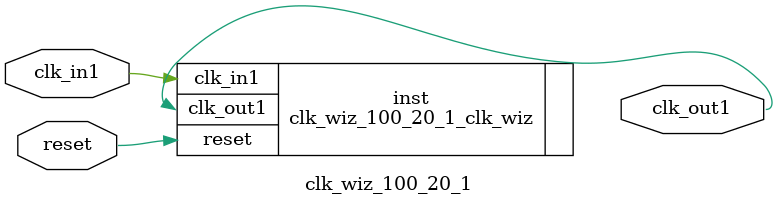
<source format=v>


`timescale 1ps/1ps

(* CORE_GENERATION_INFO = "clk_wiz_100_20_1,clk_wiz_v6_0_3_0_0,{component_name=clk_wiz_100_20_1,use_phase_alignment=true,use_min_o_jitter=false,use_max_i_jitter=false,use_dyn_phase_shift=false,use_inclk_switchover=false,use_dyn_reconfig=false,enable_axi=0,feedback_source=FDBK_AUTO,PRIMITIVE=MMCM,num_out_clk=1,clkin1_period=10.000,clkin2_period=10.000,use_power_down=false,use_reset=true,use_locked=false,use_inclk_stopped=false,feedback_type=SINGLE,CLOCK_MGR_TYPE=NA,manual_override=false}" *)

module clk_wiz_100_20_1 
 (
  // Clock out ports
  output        clk_out1,
  // Status and control signals
  input         reset,
 // Clock in ports
  input         clk_in1
 );

  clk_wiz_100_20_1_clk_wiz inst
  (
  // Clock out ports  
  .clk_out1(clk_out1),
  // Status and control signals               
  .reset(reset), 
 // Clock in ports
  .clk_in1(clk_in1)
  );

endmodule

</source>
